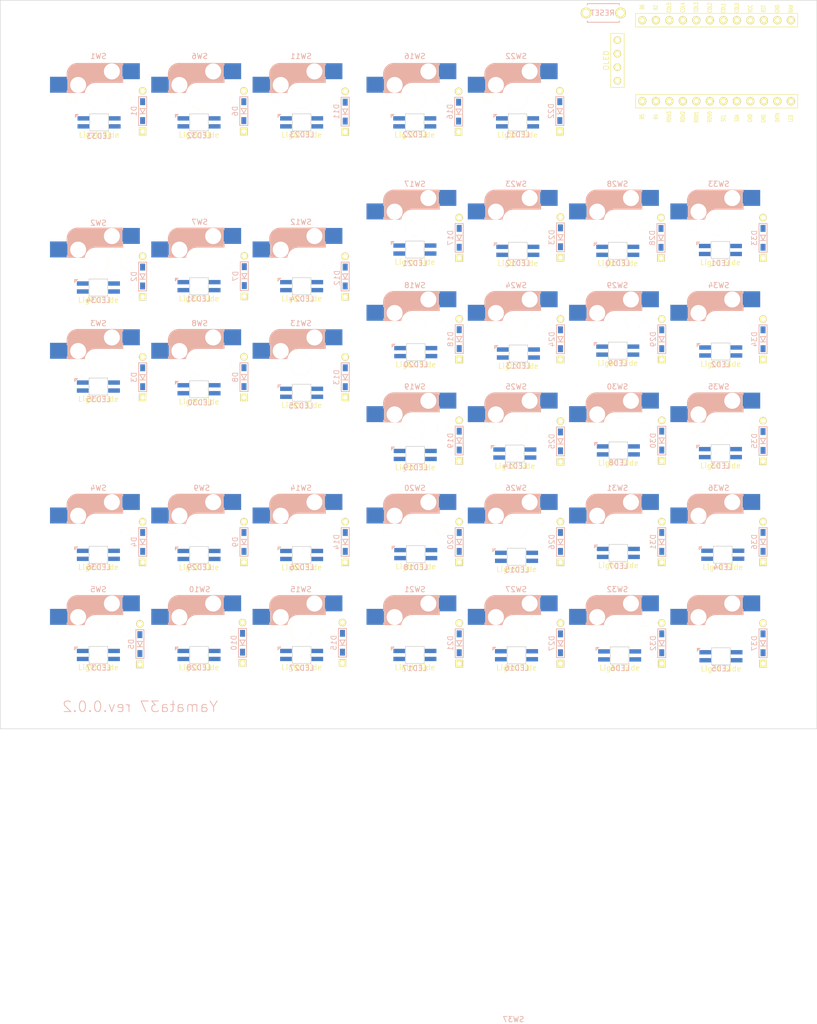
<source format=kicad_pcb>
(kicad_pcb (version 20221018) (generator pcbnew)
  (layers (0 "F.Cu" signal) (31 "B.Cu" signal) (34 "B.Paste" user) (35 "F.Paste" user) (36 "B.SilkS" user "B.Silkscreen") (37 "F.SilkS" user "F.Silkscreen") (38 "B.Mask" user) (39 "F.Mask" user) (44 "Edge.Cuts" user))
  (net 0 "")
  (net 1 "Net-(D1-A)")
  (net 2 "Row0")
  (net 3 "Net-(D2-A)")
  (net 4 "Row1")
  (net 5 "Net-(D3-A)")
  (net 6 "Row2")
  (net 7 "Net-(D4-A)")
  (net 8 "Row4")
  (net 9 "Net-(D5-A)")
  (net 10 "Row5")
  (net 11 "Net-(D6-A)")
  (net 12 "Net-(D7-A)")
  (net 13 "Net-(D8-A)")
  (net 14 "Net-(D9-A)")
  (net 15 "Net-(D10-A)")
  (net 16 "Net-(D11-A)")
  (net 17 "Net-(D12-A)")
  (net 18 "Net-(D13-A)")
  (net 19 "Net-(D14-A)")
  (net 20 "Net-(D15-A)")
  (net 21 "Net-(D16-A)")
  (net 22 "Net-(D17-A)")
  (net 23 "Net-(D18-A)")
  (net 24 "Net-(D19-A)")
  (net 25 "Row3")
  (net 26 "Net-(D20-A)")
  (net 27 "Net-(D21-A)")
  (net 28 "Net-(D22-A)")
  (net 29 "Net-(D23-A)")
  (net 30 "Net-(D24-A)")
  (net 31 "Net-(D25-A)")
  (net 32 "Net-(D26-A)")
  (net 33 "Net-(D27-A)")
  (net 34 "Net-(D28-A)")
  (net 35 "Net-(D29-A)")
  (net 36 "Net-(D30-A)")
  (net 37 "Net-(D31-A)")
  (net 38 "Net-(D32-A)")
  (net 39 "Net-(D33-A)")
  (net 40 "Net-(D34-A)")
  (net 41 "Net-(D35-A)")
  (net 42 "Net-(D36-A)")
  (net 43 "Net-(D37-A)")
  (net 44 "VCC")
  (net 45 "Net-(LED1-DOUT)")
  (net 46 "GND")
  (net 47 "LED")
  (net 48 "Net-(LED2-DOUT)")
  (net 49 "Net-(LED3-DOUT)")
  (net 50 "Net-(LED4-DOUT)")
  (net 51 "Net-(LED5-DOUT)")
  (net 52 "Net-(LED6-DOUT)")
  (net 53 "Net-(LED7-DOUT)")
  (net 54 "Net-(LED8-DOUT)")
  (net 55 "Net-(LED10-DIN)")
  (net 56 "Net-(LED10-DOUT)")
  (net 57 "Net-(LED11-DOUT)")
  (net 58 "Net-(LED12-DOUT)")
  (net 59 "Net-(LED13-DOUT)")
  (net 60 "Net-(LED14-DOUT)")
  (net 61 "Net-(LED15-DOUT)")
  (net 62 "Net-(LED16-DOUT)")
  (net 63 "Net-(LED17-DOUT)")
  (net 64 "Net-(LED18-DOUT)")
  (net 65 "Net-(LED19-DOUT)")
  (net 66 "Net-(LED20-DOUT)")
  (net 67 "Net-(LED21-DOUT)")
  (net 68 "Net-(LED22-DOUT)")
  (net 69 "Net-(LED23-DOUT)")
  (net 70 "Net-(LED24-DOUT)")
  (net 71 "Net-(LED25-DOUT)")
  (net 72 "Net-(LED26-DOUT)")
  (net 73 "Net-(LED27-DOUT)")
  (net 74 "Net-(LED28-DOUT)")
  (net 75 "Net-(LED29-DOUT)")
  (net 76 "Net-(LED30-DOUT)")
  (net 77 "Net-(LED31-DOUT)")
  (net 78 "Net-(LED32-DOUT)")
  (net 79 "Net-(LED33-DOUT)")
  (net 80 "Net-(LED34-DOUT)")
  (net 81 "Net-(LED35-DOUT)")
  (net 82 "Net-(LED36-DOUT)")
  (net 84 "SDA")
  (net 85 "SCL")
  (net 86 "Col0")
  (net 87 "Col1")
  (net 88 "Col2")
  (net 89 "Col3")
  (net 90 "Col4")
  (net 91 "Col5")
  (net 92 "Col6")
  (net 93 "Reset")
  (footprint "kbd_Parts:LED_SK6812MINI-E_BL_y" (layer "F.Cu") (at 111.66825 100.076)
    (fp_text reference "LED14")
    (fp_text value "LED_SK6812MINI-E" hide)
    (fp_line (start -1.75 -1.6) (end 1.75 -1.6) (stroke (width 0.12)) (layer "Edge.Cuts"))
    (fp_line (start -1.75 1.6) (end -1.75 -1.6) (stroke (width 0.12)) (layer "Edge.Cuts"))
    (fp_line (start 1.75 -1.6) (end 1.75 1.6) (stroke (width 0.12)) (layer "Edge.Cuts"))
    (fp_line (start 1.75 1.6) (end -1.75 1.6) (stroke (width 0.12)) (layer "Edge.Cuts"))
  )
  (footprint "kbd_Parts:LED_SK6812MINI-E_BL_y" (layer "F.Cu") (at 131.3815 138.017252)
    (fp_text reference "LED6")
    (fp_text value "LED_SK6812MINI-E" hide)
    (fp_line (start -1.75 -1.6) (end 1.75 -1.6) (stroke (width 0.12)) (layer "Edge.Cuts"))
    (fp_line (start -1.75 1.6) (end -1.75 -1.6) (stroke (width 0.12)) (layer "Edge.Cuts"))
    (fp_line (start 1.75 -1.6) (end 1.75 1.6) (stroke (width 0.12)) (layer "Edge.Cuts"))
    (fp_line (start 1.75 1.6) (end -1.75 1.6) (stroke (width 0.12)) (layer "Edge.Cuts"))
  )
  (footprint "kbd_Hole:m3_Spacer_Hole" (layer "F.Cu") (at 118.467287 19.050016)
    (fp_text reference "Ref**")
    (fp_text value "Val**")
  )
  (footprint "kbd_Parts:LED_SK6812MINI-E_BL_y" (layer "F.Cu") (at 33.468 37.834)
    (fp_text reference "LED33")
    (fp_text value "LED_SK6812MINI-E" hide)
    (fp_line (start -1.75 -1.6) (end 1.75 -1.6) (stroke (width 0.12)) (layer "Edge.Cuts"))
    (fp_line (start -1.75 1.6) (end -1.75 -1.6) (stroke (width 0.12)) (layer "Edge.Cuts"))
    (fp_line (start 1.75 -1.6) (end 1.75 1.6) (stroke (width 0.12)) (layer "Edge.Cuts"))
    (fp_line (start 1.75 1.6) (end -1.75 1.6) (stroke (width 0.12)) (layer "Edge.Cuts"))
  )
  (footprint "kbd_SW:CherryMX_Hotswap_1u" (layer "F.Cu") (at 92.86875 95.25)
    (fp_text reference "SW19")
    (fp_text value "SW_PUSH" hide)
  )
  (footprint "kbd_Parts:LED_SK6812MINI-E_BL_y" (layer "F.Cu") (at 33.337528 68.870369)
    (fp_text reference "LED34")
    (fp_text value "LED_SK6812MINI-E" hide)
    (fp_line (start -1.75 -1.6) (end 1.75 -1.6) (stroke (width 0.12)) (layer "Edge.Cuts"))
    (fp_line (start -1.75 1.6) (end -1.75 -1.6) (stroke (width 0.12)) (layer "Edge.Cuts"))
    (fp_line (start 1.75 -1.6) (end 1.75 1.6) (stroke (width 0.12)) (layer "Edge.Cuts"))
    (fp_line (start 1.75 1.6) (end -1.75 1.6) (stroke (width 0.12)) (layer "Edge.Cuts"))
  )
  (footprint "kbd_Parts:Diode_TH_SMD" (layer "F.Cu") (at 60.721926 116.692287 90)
    (fp_text reference "D9")
    (fp_text value "D" hide)
  )
  (footprint "kbd_SW:CherryMX_Hotswap_1u" (layer "F.Cu") (at 71.4375 64.29375)
    (fp_text reference locked "SW12")
    (fp_text value "SW_PUSH" hide)
  )
  (footprint "kbd_Parts:LED_SK6812MINI-E_BL_y" (layer "F.Cu") (at 52.264 137.934)
    (fp_text reference "LED28")
    (fp_text value "LED_SK6812MINI-E" hide)
    (fp_line (start -1.75 -1.6) (end 1.75 -1.6) (stroke (width 0.12)) (layer "Edge.Cuts"))
    (fp_line (start -1.75 1.6) (end -1.75 -1.6) (stroke (width 0.12)) (layer "Edge.Cuts"))
    (fp_line (start 1.75 -1.6) (end 1.75 1.6) (stroke (width 0.12)) (layer "Edge.Cuts"))
    (fp_line (start 1.75 1.6) (end -1.75 1.6) (stroke (width 0.12)) (layer "Edge.Cuts"))
  )
  (footprint "kbd_SW:CherryMX_Hotswap_1u" (layer "F.Cu") (at 33.3375 114.3)
    (fp_text reference "SW4")
    (fp_text value "SW_PUSH" hide)
  )
  (footprint "kbd_SW:CherryMX_Hotswap_1u" (layer "F.Cu") (at 130.96875 76.2)
    (fp_text reference "SW29")
    (fp_text value "SW_PUSH" hide)
  )
  (footprint "kbd_Parts:Diode_TH_SMD" (layer "F.Cu") (at 79.248 135.636 90)
    (fp_text reference "D15")
    (fp_text value "D" hide)
  )
  (footprint "kbd_SW:CherryMX_Hotswap_1u" (layer "F.Cu") (at 71.4375 83.34375)
    (fp_text reference "SW13")
    (fp_text value "SW_PUSH" hide)
  )
  (footprint "kbd_Hole:m3_Spacer_Hole" (layer "F.Cu") (at 77.39069 98.821958)
    (fp_text reference "Ref**")
    (fp_text value "Val**")
  )
  (footprint "kbd_Parts:Diode_TH_SMD" (layer "F.Cu") (at 120.13 35.72 90)
    (fp_text reference "D22")
    (fp_text value "D" hide)
  )
  (footprint "kbd_SW:CherryMX_Hotswap_1u" (layer "F.Cu") (at 111.91875 57.15)
    (fp_text reference "SW23")
    (fp_text value "SW_PUSH" hide)
  )
  (footprint "kbd_Parts:Diode_TH_SMD" (layer "F.Cu") (at 60.452 135.636 90)
    (fp_text reference "D10")
    (fp_text value "D" hide)
  )
  (footprint "kbd_Parts:LED_SK6812MINI-E_BL_y" (layer "F.Cu") (at 71.568 137.934)
    (fp_text reference "LED27")
    (fp_text value "LED_SK6812MINI-E" hide)
    (fp_line (start -1.75 -1.6) (end 1.75 -1.6) (stroke (width 0.12)) (layer "Edge.Cuts"))
    (fp_line (start -1.75 1.6) (end -1.75 -1.6) (stroke (width 0.12)) (layer "Edge.Cuts"))
    (fp_line (start 1.75 -1.6) (end 1.75 1.6) (stroke (width 0.12)) (layer "Edge.Cuts"))
    (fp_line (start 1.75 1.6) (end -1.75 1.6) (stroke (width 0.12)) (layer "Edge.Cuts"))
  )
  (footprint "kbd_SW:CherryMX_Hotswap_1u" (layer "F.Cu") (at 71.4375 133.35)
    (fp_text reference "SW15")
    (fp_text value "SW_PUSH" hide)
  )
  (footprint "kbd_Parts:Diode_TH_SMD" (layer "F.Cu") (at 41.67191 116.692287 90)
    (fp_text reference "D4")
    (fp_text value "D" hide)
  )
  (footprint "kbd_Parts:LED_SK6812MINI-E_BL_y" (layer "F.Cu") (at 111.982212 137.986499)
    (fp_text reference "LED16")
    (fp_text value "LED_SK6812MINI-E" hide)
    (fp_line (start -1.75 -1.6) (end 1.75 -1.6) (stroke (width 0.12)) (layer "Edge.Cuts"))
    (fp_line (start -1.75 1.6) (end -1.75 -1.6) (stroke (width 0.12)) (layer "Edge.Cuts"))
    (fp_line (start 1.75 -1.6) (end 1.75 1.6) (stroke (width 0.12)) (layer "Edge.Cuts"))
    (fp_line (start 1.75 1.6) (end -1.75 1.6) (stroke (width 0.12)) (layer "Edge.Cuts"))
  )
  (footprint "kbd_Parts:Diode_TH_SMD" (layer "F.Cu") (at 158.353258 97.713626 90)
    (fp_text reference "D35")
    (fp_text value "D" hide)
  )
  (footprint "kbd_Parts:Diode_TH_SMD" (layer "F.Cu") (at 79.771942 116.692287 90)
    (fp_text reference "D14")
    (fp_text value "D" hide)
  )
  (footprint "kbd_Parts:Diode_TH_SMD" (layer "F.Cu") (at 101.092 35.817 90)
    (fp_text reference "D16")
    (fp_text value "D" hide)
  )
  (footprint "kbd_Hole:m3_Spacer_Hole" (layer "F.Cu") (at 163.711075 147.042311)
    (fp_text reference "Ref**")
    (fp_text value "Val**")
  )
  (footprint "kbd_Parts:Diode_TH_SMD" (layer "F.Cu") (at 158.353258 78.592255 90)
    (fp_text reference "D34")
    (fp_text value "D" hide)
  )
  (footprint "kbd_Parts:LED_SK6812MINI-E_BL_y" (layer "F.Cu") (at 33.337528 119.114)
    (fp_text reference "LED36")
    (fp_text value "LED_SK6812MINI-E" hide)
    (fp_line (start -1.75 -1.6) (end 1.75 -1.6) (stroke (width 0.12)) (layer "Edge.Cuts"))
    (fp_line (start -1.75 1.6) (end -1.75 -1.6) (stroke (width 0.12)) (layer "Edge.Cuts"))
    (fp_line (start 1.75 -1.6) (end 1.75 1.6) (stroke (width 0.12)) (layer "Edge.Cuts"))
    (fp_line (start 1.75 1.6) (end -1.75 1.6) (stroke (width 0.12)) (layer "Edge.Cuts"))
  )
  (footprint "kbd_Parts:Diode_TH_SMD" (layer "F.Cu") (at 41.656 35.72 90)
    (fp_text reference "D1")
    (fp_text value "D" hide)
  )
  (footprint "kbd_Parts:Diode_TH_SMD" (layer "F.Cu") (at 60.721926 85.714133 90)
    (fp_text reference "D8")
    (fp_text value "D" hide)
  )
  (footprint "kbd_Parts:Diode_TH_SMD" (layer "F.Cu") (at 139.303242 97.642271 90)
    (fp_text reference "D30")
    (fp_text value "D" hide)
  )
  (footprint "kbd_Parts:Diode_TH_SMD" (layer "F.Cu") (at 60.786177 66.728904 90)
    (fp_text reference "D7")
    (fp_text value "D" hide)
  )
  (footprint "kbd_Parts:LED_SK6812MINI-E_BL_y" (layer "F.Cu") (at 131.03225 80.732313)
    (fp_text reference "LED9")
    (fp_text value "LED_SK6812MINI-E" hide)
    (fp_line (start -1.75 -1.6) (end 1.75 -1.6) (stroke (width 0.12)) (layer "Edge.Cuts"))
    (fp_line (start -1.75 1.6) (end -1.75 -1.6) (stroke (width 0.12)) (layer "Edge.Cuts"))
    (fp_line (start 1.75 -1.6) (end 1.75 1.6) (stroke (width 0.12)) (layer "Edge.Cuts"))
    (fp_line (start 1.75 1.6) (end -1.75 1.6) (stroke (width 0.12)) (layer "Edge.Cuts"))
  )
  (footprint "kbd_Parts:LED_SK6812MINI-E_BL_y" (layer "F.Cu") (at 52.264 119.138)
    (fp_text reference "LED29")
    (fp_text value "LED_SK6812MINI-E" hide)
    (fp_line (start -1.75 -1.6) (end 1.75 -1.6) (stroke (width 0.12)) (layer "Edge.Cuts"))
    (fp_line (start -1.75 1.6) (end -1.75 -1.6) (stroke (width 0.12)) (layer "Edge.Cuts"))
    (fp_line (start 1.75 -1.6) (end 1.75 1.6) (stroke (width 0.12)) (layer "Edge.Cuts"))
    (fp_line (start 1.75 1.6) (end -1.75 1.6) (stroke (width 0.12)) (layer "Edge.Cuts"))
  )
  (footprint "kbd_Parts:Diode_TH_SMD" (layer "F.Cu") (at 41.67191 85.736011 90)
    (fp_text reference "D3")
    (fp_text value "D" hide)
  )
  (footprint "kbd_SW:CherryMX_Hotswap_1u" (layer "F.Cu") (at 52.3875 83.34375)
    (fp_text reference "SW8")
    (fp_text value "SW_PUSH" hide)
  )
  (footprint "kbd_SW:CherryMX_Hotswap_1u" (layer "F.Cu") (at 92.86875 57.15)
    (fp_text reference "SW17")
    (fp_text value "SW_PUSH" hide)
  )
  (footprint "kbd_SW:CherryMX_Hotswap_1u" (layer "F.Cu") (at 150.01875 114.3)
    (fp_text reference "SW36")
    (fp_text value "SW_PUSH" hide)
  )
  (footprint "kbd_Parts:Diode_TH_SMD" (layer "F.Cu") (at 101.20321 78.570377 90)
    (fp_text reference "D18")
    (fp_text value "D" hide)
  )
  (footprint "kbd_Parts:Diode_TH_SMD" (layer "F.Cu") (at 120.253226 78.592255 90)
    (fp_text reference "D24")
    (fp_text value "D" hide)
  )
  (footprint "kbd_SW:CherryMX_Hotswap_1u" (layer "F.Cu") (at 130.96875 95.25)
    (fp_text reference "SW30")
    (fp_text value "SW_PUSH" hide)
  )
  (footprint "kbd:ProMicro_v2_1side" (layer "F.Cu") (at 149.114006 26.193772 -90)
    (fp_text reference "U1" hide)
    (fp_text value "ProMicro" hide)
  )
  (footprint "kbd_Parts:ResetSW" (layer "F.Cu") (at 128.314173 17.264077 180)
    (fp_text reference "SW38" hide)
    (fp_text value "SW_PUSH")
  )
  (footprint "kbd_SW:CherryMX_Hotswap_1u" (layer "F.Cu") (at 92.86875 133.35)
    (fp_text reference "SW21")
    (fp_text value "SW_PUSH" hide)
  )
  (footprint "kbd_Parts:Diode_TH_SMD" (layer "F.Cu") (at 101.20321 97.642271 90)
    (fp_text reference "D19")
    (fp_text value "D" hide)
  )
  (footprint "kbd_Parts:OLED" (layer "F.Cu") (at 130.96886 30.003772 90)
    (fp_text reference "OL1")
    (fp_text value "OLED" hide)
  )
  (footprint "kbd_Parts:Diode_TH_SMD" (layer "F.Cu") (at 79.756 66.805 90)
    (fp_text reference "D12")
    (fp_text value "D" hide)
  )
  (footprint "kbd_SW:CherryMX_Hotswap_1u" (layer "F.Cu") (at 71.4375 33.3375)
    (fp_text reference "SW11")
    (fp_text value "SW_PUSH" hide)
  )
  (footprint "kbd_Parts:LED_SK6812MINI-E_BL_y" (layer "F.Cu") (at 71.568 119.138)
    (fp_text reference "LED26")
    (fp_text value "LED_SK6812MINI-E" hide)
    (fp_line (start -1.75 -1.6) (end 1.75 -1.6) (stroke (width 0.12)) (layer "Edge.Cuts"))
    (fp_line (start -1.75 1.6) (end -1.75 -1.6) (stroke (width 0.12)) (layer "Edge.Cuts"))
    (fp_line (start 1.75 -1.6) (end 1.75 1.6) (stroke (width 0.12)) (layer "Edge.Cuts"))
    (fp_line (start 1.75 1.6) (end -1.75 1.6) (stroke (width 0.12)) (layer "Edge.Cuts"))
  )
  (footprint "kbd_Parts:LED_SK6812MINI-E_BL_y" (layer "F.Cu") (at 112.33725 81.28)
    (fp_text reference "LED13")
    (fp_text value "LED_SK6812MINI-E" hide)
    (fp_line (start -1.75 -1.6) (end 1.75 -1.6) (stroke (width 0.12)) (layer "Edge.Cuts"))
    (fp_line (start -1.75 1.6) (end -1.75 -1.6) (stroke (width 0.12)) (layer "Edge.Cuts"))
    (fp_line (start 1.75 -1.6) (end 1.75 1.6) (stroke (width 0.12)) (layer "Edge.Cuts"))
    (fp_line (start 1.75 1.6) (end -1.75 1.6) (stroke (width 0.12)) (layer "Edge.Cuts"))
  )
  (footprint "kbd_Parts:LED_SK6812MINI-E_BL_y" (layer "F.Cu") (at 111.988 119.48725)
    (fp_text reference "LED15")
    (fp_text value "LED_SK6812MINI-E" hide)
    (fp_line (start -1.75 -1.6) (end 1.75 -1.6) (stroke (width 0.12)) (layer "Edge.Cuts"))
    (fp_line (start -1.75 1.6) (end -1.75 -1.6) (stroke (width 0.12)) (layer "Edge.Cuts"))
    (fp_line (start 1.75 -1.6) (end 1.75 1.6) (stroke (width 0.12)) (layer "Edge.Cuts"))
    (fp_line (start 1.75 1.6) (end -1.75 1.6) (stroke (width 0.12)) (layer "Edge.Cuts"))
  )
  (footprint "kbd_Parts:LED_SK6812MINI-E_BL_y" (layer "F.Cu") (at 131.13325 99.488626)
    (fp_text reference "LED8")
    (fp_text value "LED_SK6812MINI-E" hide)
    (fp_line (start -1.75 -1.6) (end 1.75 -1.6) (stroke (width 0.12)) (layer "Edge.Cuts"))
    (fp_line (start -1.75 1.6) (end -1.75 -1.6) (stroke (width 0.12)) (layer "Edge.Cuts"))
    (fp_line (start 1.75 -1.6) (end 1.75 1.6) (stroke (width 0.12)) (layer "Edge.Cuts"))
    (fp_line (start 1.75 1.6) (end -1.75 1.6) (stroke (width 0.12)) (layer "Edge.Cuts"))
  )
  (footprint "kbd_SW:CherryMX_Hotswap_1u" (layer "F.Cu") (at 92.86875 114.3)
    (fp_text reference "SW20")
    (fp_text value "SW_PUSH" hide)
  )
  (footprint "kbd_Parts:Diode_TH_SMD" (layer "F.Cu") (at 158.353258 116.681348 90)
    (fp_text reference "D36")
    (fp_text value "D" hide)
  )
  (footprint "kbd_Parts:LED_SK6812MINI-E_BL_y" (layer "F.Cu") (at 33.337528 137.934)
    (fp_text reference "LED37")
    (fp_text value "LED_SK6812MINI-E" hide)
    (fp_line (start -1.75 -1.6) (end 1.75 -1.6) (stroke (width 0.12)) (layer "Edge.Cuts"))
    (fp_line (start -1.75 1.6) (end -1.75 -1.6) (stroke (width 0.12)) (layer "Edge.Cuts"))
    (fp_line (start 1.75 -1.6) (end 1.75 1.6) (stroke (width 0.12)) (layer "Edge.Cuts"))
    (fp_line (start 1.75 1.6) (end -1.75 1.6) (stroke (width 0.12)) (layer "Edge.Cuts"))
  )
  (footprint "kbd_SW:CherryMX_Hotswap_1u" (layer "F.Cu") (at 111.91875 95.25)
    (fp_text reference "SW25")
    (fp_text value "SW_PUSH" hide)
  )
  (footprint "kbd_Parts:Diode_TH_SMD" (layer "F.Cu") (at 139.303242 135.734252 90)
    (fp_text reference "D32")
    (fp_text value "D" hide)
  )
  (footprint "kbd_SW:CherryMX_Hotswap_1u" (layer "F.Cu") (at 130.96875 114.3)
    (fp_text reference "SW31")
    (fp_text value "SW_PUSH" hide)
  )
  (footprint "kbd_SW:CherryMX_Hotswap_1u" (layer "F.Cu") (at 130.96875 133.35)
    (fp_text reference "SW32")
    (fp_text value "SW_PUSH" hide)
  )
  (footprint "kbd_SW:CherryMX_Hotswap_1u" (layer "F.Cu") (at 150.01875 133.35)
    (fp_text reference "SW37")
    (fp_text value "SW_PUSH" hide)
  )
  (footprint "kbd_Hole:m3_Spacer_Hole" (layer "F.Cu") (at 163.711075 43.457849)
    (fp_text reference "Ref**")
    (fp_text value "Val**")
  )
  (footprint "kbd_Parts:Diode_TH_SMD" (layer "F.Cu") (at 41.656 66.805 90)
    (fp_text reference "D2")
    (fp_text value "D" hide)
  )
  (footprint "kbd_Hole:m3_Spacer_Hole" (layer "F.Cu") (at 19.645329 147.042311)
    (fp_text reference "Ref**")
    (fp_text value "Val**")
  )
  (footprint "kbd_Parts:Diode_TH_SMD" (layer "F.Cu") (at 120.253226 97.793 90)
    (fp_text reference "D25")
    (fp_text value "D" hide)
  )
  (footprint "kbd_Parts:Diode_TH_SMD" (layer "F.Cu") (at 120.253226 135.742303 90)
    (fp_text reference "D27")
    (fp_text value "D" hide)
  )
  (footprint "kbd_SW:CherryMX_Hotswap_1u" (layer "F.Cu") (at 92.86875 76.2)
    (fp_text reference "SW18")
    (fp_text value "SW_PUSH" hide)
  )
  (footprint "kbd_Parts:Diode_TH_SMD" (layer "F.Cu") (at 79.771942 85.736011 90)
    (fp_text reference "D13")
    (fp_text value "D" hide)
  )
  (footprint "kbd_Parts:Diode_TH_SMD" (layer "F.Cu") (at 60.694 35.72 90)
    (fp_text reference "D6")
    (fp_text value "D" hide)
  )
  (footprint "kbd_Parts:LED_SK6812MINI-E_BL_y" (layer "F.Cu") (at 92.87225 61.734)
    (fp_text reference "LED21")
    (fp_text value "LED_SK6812MINI-E" hide)
    (fp_line (start -1.75 -1.6) (end 1.75 -1.6) (stroke (width 0.12)) (layer "Edge.Cuts"))
    (fp_line (start -1.75 1.6) (end -1.75 -1.6) (stroke (width 0.12)) (layer "Edge.Cuts"))
    (fp_line (start 1.75 -1.6) (end 1.75 1.6) (stroke (width 0.12)) (layer "Edge.Cuts"))
    (fp_line (start 1.75 1.6) (end -1.75 1.6) (stroke (width 0.12)) (layer "Edge.Cuts"))
  )
  (footprint "kbd_Hole:m3_Spacer_Hole" (layer "F.Cu") (at 126.206356 42.862536)
    (fp_text reference "Ref**")
    (fp_text value "Val**")
  )
  (footprint "kbd_Parts:LED_SK6812MINI-E_BL_y" (layer "F.Cu") (at 150.39625 80.894938)
    (fp_text reference "LED2")
    (fp_text value "LED_SK6812MINI-E" hide)
    (fp_line (start -1.75 -1.6) (end 1.75 -1.6) (stroke (width 0.12)) (layer "Edge.Cuts"))
    (fp_line (start -1.75 1.6) (end -1.75 -1.6) (stroke (width 0.12)) (layer "Edge.Cuts"))
    (fp_line (start 1.75 -1.6) (end 1.75 1.6) (stroke (width 0.12)) (layer "Edge.Cuts"))
    (fp_line (start 1.75 1.6) (end -1.75 1.6) (stroke (width 0.12)) (layer "Edge.Cuts"))
  )
  (footprint "kbd_Parts:LED_SK6812MINI-E_BL_y" (layer "F.Cu") (at 71.568 68.615682)
    (fp_text reference "LED24")
    (fp_text value "LED_SK6812MINI-E" hide)
    (fp_line (start -1.75 -1.6) (end 1.75 -1.6) (stroke (width 0.12)) (layer "Edge.Cuts"))
    (fp_line (start -1.75 1.6) (end -1.75 -1.6) (stroke (width 0.12)) (layer "Edge.Cuts"))
    (fp_line (start 1.75 -1.6) (end 1.75 1.6) (stroke (width 0.12)) (layer "Edge.Cuts"))
    (fp_line (start 1.75 1.6) (end -1.75 1.6) (stroke (width 0.12)) (layer "Edge.Cuts"))
  )
  (footprint "kbd_Parts:Diode_TH_SMD" (layer "F.Cu") (at 79.756 35.814 90)
    (fp_text reference "D11")
    (fp_text value "D" hide)
  )
  (footprint "kbd_Parts:Diode_TH_SMD" (layer "F.Cu") (at 158.353258 59.53425 90)
    (fp_text reference "D33")
    (fp_text value "D" hide)
  )
  (footprint "kbd_SW:CherryMX_Hotswap_1u" (layer "F.Cu") (at 150.01875 76.2)
    (fp_text reference "SW34")
    (fp_text value "SW_PUSH" hide)
  )
  (footprint "kbd_Parts:LED_SK6812MINI-E_BL_y" (layer "F.Cu") (at 131.03225 61.976)
    (fp_text reference "LED10")
    (fp_text value "LED_SK6812MINI-E" hide)
    (fp_line (start -1.75 -1.6) (end 1.75 -1.6) (stroke (width 0.12)) (layer "Edge.Cuts"))
    (fp_line (start -1.75 1.6) (end -1.75 -1.6) (stroke (width 0.12)) (layer "Edge.Cuts"))
    (fp_line (start 1.75 -1.6) (end 1.75 1.6) (stroke (width 0.12)) (layer "Edge.Cuts"))
    (fp_line (start 1.75 1.6) (end -1.75 1.6) (stroke (width 0.12)) (layer "Edge.Cuts"))
  )
  (footprint "kbd_Parts:LED_SK6812MINI-E_BL_y" (layer "F.Cu") (at 93.03325 118.97925)
    (fp_text reference "LED18")
    (fp_text value "LED_SK6812MINI-E" hide)
    (fp_line (start -1.75 -1.6) (end 1.75 -1.6) (stroke (width 0.12)) (layer "Edge.Cuts"))
    (fp_line (start -1.75 1.6) (end -1.75 -1.6) (stroke (width 0.12)) (layer "Edge.Cuts"))
    (fp_line (start 1.75 -1.6) (end 1.75 1.6) (stroke (width 0.12)) (layer "Edge.Cuts"))
    (fp_line (start 1.75 1.6) (end -1.75 1.6) (stroke (width 0.12)) (layer "Edge.Cuts"))
  )
  (footprint "kbd_SW:CherryMX_Hotswap_1u" (layer "F.Cu") (at 111.91875 133.35)
    (fp_text reference "SW27")
    (fp_text value "SW_PUSH" hide)
  )
  (footprint "kbd_Parts:Diode_TH_SMD" (layer "F.Cu") (at 101.20321 135.742303 90)
    (fp_text reference "D21")
    (fp_text value "D" hide)
  )
  (footprint "kbd_Parts:LED_SK6812MINI-E_BL_y" (layer "F.Cu") (at 52.264 68.615682)
    (fp_text reference "LED31")
    (fp_text value "LED_SK6812MINI-E" hide)
    (fp_line (start -1.75 -1.6) (end 1.75 -1.6) (stroke (width 0.12)) (layer "Edge.Cuts"))
    (fp_line (start -1.75 1.6) (end -1.75 -1.6) (stroke (width 0.12)) (layer "Edge.Cuts"))
    (fp_line (start 1.75 -1.6) (end 1.75 1.6) (stroke (width 0.12)) (layer "Edge.Cuts"))
    (fp_line (start 1.75 1.6) (end -1.75 1.6) (stroke (width 0.12)) (layer "Edge.Cuts"))
  )
  (footprint "kbd_Parts:Diode_TH_SMD" (layer "F.Cu") (at 139.303242 116.692287 90)
    (fp_text reference "D31")
    (fp_text value "D" hide)
  )
  (footprint "kbd_Parts:LED_SK6812MINI-E_BL_y" (layer "F.Cu") (at 92.87225 137.934)
    (fp_text reference "LED17")
    (fp_text value "LED_SK6812MINI-E" hide)
    (fp_line (start -1.75 -1.6) (end 1.75 -1.6) (stroke (width 0.12)) (layer "Edge.Cuts"))
    (fp_line (start -1.75 1.6) (end -1.75 -1.6) (stroke (width 0.12)) (layer "Edge.Cuts"))
    (fp_line (start 1.75 -1.6) (end 1.75 1.6) (stroke (width 0.12)) (layer "Edge.Cuts"))
    (fp_line (start 1.75 1.6) (end -1.75 1.6) (stroke (width 0.12)) (layer "Edge.Cuts"))
  )
  (footprint "kbd_SW:CherryMX_Hotswap_1u" (layer "F.Cu") (at 33.3375 83.34375)
    (fp_text reference "SW3")
    (fp_text value "SW_PUSH" hide)
  )
  (footprint "kbd_SW:CherryMX_Hotswap_1u" (layer "F.Cu") (at 52.3875 64.29375)
    (fp_text reference locked "SW7")
    (fp_text value "SW_PUSH" hide)
  )
  (footprint "kbd_Hole:m3_Spacer_Hole" (layer "F.Cu") (at 19.645329 19.050016)
    (fp_text reference "Ref**")
    (fp_text value "Val**")
  )
  (footprint "kbd_Parts:Diode_TH_SMD" (layer "F.Cu") (at 120.253226 116.692287 90)
    (fp_text reference "D26")
    (fp_text value "D" hide)
  )
  (footprint "kbd_SW:CherryMX_Hotswap_1u" (layer "F.Cu") (at 52.3875 33.3375)
    (fp_text reference "SW6")
    (fp_text value "SW_PUSH" hide)
  )
  (footprint "kbd_Parts:Diode_TH_SMD" (layer "F.Cu") (at 139.16025 59.542239 90)
    (fp_text reference "D28")
    (fp_text value "D" hide)
  )
  (footprint "kbd_Parts:LED_SK6812MINI-E_BL_y" (layer "F.Cu") (at 150.33625 99.996626)
    (fp_text reference "LED3")
    (fp_text value "LED_SK6812MINI-E" hide)
    (fp_line (start -1.75 -1.6) (end 1.75 -1.6) (stroke (width 0.12)) (layer "Edge.Cuts"))
    (fp_line (start -1.75 1.6) (end -1.75 -1.6) (stroke (width 0.12)) (layer "Edge.Cuts"))
    (fp_line (start 1.75 -1.6) (end 1.75 1.6) (stroke (width 0.12)) (layer "Edge.Cuts"))
    (fp_line (start 1.75 1.6) (end -1.75 1.6) (stroke (width 0.12)) (layer "Edge.Cuts"))
  )
  (footprint "kbd_SW:CherryMX_Hotswap_1u" (layer "F.Cu") (at 71.4375 114.3)
    (fp_text reference "SW14")
    (fp_text value "SW_PUSH" hide)
  )
  (footprint "kbd_Hole:m3_Spacer_Hole" (layer "F.Cu") (at 77.39069 48.815666)
    (fp_text reference "Ref**")
    (fp_text value "Val**")
  )
  (footprint "kbd_Parts:Diode_TH_SMD" (layer "F.Cu") (at 101.20321 59.5313 90)
    (fp_text reference "D17")
    (fp_text value "D" hide)
  )
  (footprint "kbd_SW:CherryMX_Hotswap_1u" (layer "F.Cu") (at 52.3875 133.35)
    (fp_text reference "SW10")
    (fp_text value "SW_PUSH" hide)
  )
  (footprint "kbd_Parts:LED_SK6812MINI-E_BL_y" (layer "F.Cu") (at 112.23625 61.976)
    (fp_text reference "LED12")
    (fp_text value "LED_SK6812MINI-E" hide)
    (fp_line (start -1.75 -1.6) (end 1.75 -1.6) (stroke (width 0.12)) (layer "Edge.Cuts"))
    (fp_line (start -1.75 1.6) (end -1.75 -1.6) (stroke (width 0.12)) (layer "Edge.Cuts"))
    (fp_line (start 1.75 -1.6) (end 1.75 1.6) (stroke (width 0.12)) (layer "Edge.Cuts"))
    (fp_line (start 1.75 1.6) (end -1.75 1.6) (stroke (width 0.12)) (layer "Edge.Cuts"))
  )
  (footprint "kbd_Parts:LED_SK6812MINI-E_BL_y" (layer "F.Cu") (at 71.568 88.658)
    (fp_text reference "LED25")
    (fp_text value "LED_SK6812MINI-E" hide)
    (fp_line (start -1.75 -1.6) (end 1.75 -1.6) (stroke (width 0.12)) (layer "Edge.Cuts"))
    (fp_line (start -1.75 1.6) (end -1.75 -1.6) (stroke (width 0.12)) (layer "Edge.Cuts"))
    (fp_line (start 1.75 -1.6) (end 1.75 1.6) (stroke (width 0.12)) (layer "Edge.Cuts"))
    (fp_line (start 1.75 1.6) (end -1.75 1.6) (stroke (width 0.12)) (layer "Edge.Cuts"))
  )
  (footprint "kbd_Parts:LED_SK6812MINI-E_BL_y" (layer "F.Cu") (at 93.03325 81.014)
    (fp_text reference "LED20")
    (fp_text value "LED_SK6812MINI-E" hide)
    (fp_line (start -1.75 -1.6) (end 1.75 -1.6) (stroke (width 0.12)) (layer "Edge.Cuts"))
    (fp_line (start -1.75 1.6) (end -1.75 -1.6) (stroke (width 0.12)) (layer "Edge.Cuts"))
    (fp_line (start 1.75 -1.6) (end 1.75 1.6) (stroke (width 0.12)) (layer "Edge.Cuts"))
    (fp_line (start 1.75 1.6) (end -1.75 1.6) (stroke (width 0.12)) (layer "Edge.Cuts"))
  )
  (footprint "kbd_Parts:Diode_TH_SMD" (layer "F.Cu") (at 41.148 135.893 90)
    (fp_text reference "D5")
    (fp_text value "D" hide)
  )
  (footprint "kbd_Parts:LED_SK6812MINI-E_BL_y" (layer "F.Cu") (at 92.844 37.834)
    (fp_text reference "LED22")
    (fp_text value "LED_SK6812MINI-E" hide)
    (fp_line (start -1.75 -1.6) (end 1.75 -1.6) (stroke (width 0.12)) (layer "Edge.Cuts"))
    (fp_line (start -1.75 1.6) (end -1.75 -1.6) (stroke (width 0.12)) (layer "Edge.Cuts"))
    (fp_line (start 1.75 -1.6) (end 1.75 1.6) (stroke (width 0.12)) (layer "Edge.Cuts"))
    (fp_line (start 1.75 1.6) (end -1.75 1.6) (stroke (width 0.12)) (layer "Edge.Cuts"))
  )
  (footprint "kbd_SW:CherryMX_Hotswap_1u" (layer "F.Cu") (at 130.96875 57.15)
    (fp_text reference "SW28")
    (fp_text value "SW_PUSH" hide)
  )
  (footprint "kbd_SW:CherryMX_Hotswap_1u" (layer "F.Cu") (at 92.86875 33.3375)
    (fp_text reference "SW16")
    (fp_text value "SW_PUSH" hide)
  )
  (footprint "kbd_Parts:LED_SK6812MINI-E_BL_y" (layer "F.Cu") (at 112.17625 37.834)
    (fp_text reference "LED11")
    (fp_text value "LED_SK6812MINI-E" hide)
    (fp_line (start -1.75 -1.6) (end 1.75 -1.6) (stroke (width 0.12)) (layer "Edge.Cuts"))
    (fp_line (start -1.75 1.6) (end -1.75 -1.6) (stroke (width 0.12)) (layer "Edge.Cuts"))
    (fp_line (start 1.75 -1.6) (end 1.75 1.6) (stroke (width 0.12)) (layer "Edge.Cuts"))
    (fp_line (start 1.75 1.6) (end -1.75 1.6) (stroke (width 0.12)) (layer "Edge.Cuts"))
  )
  (footprint "kbd_Parts:LED_SK6812MINI-E_BL_y" (layer "F.Cu") (at 150.78425 119.098314)
    (fp_text reference "LED4")
    (fp_text value "LED_SK6812MINI-E" hide)
    (fp_line (start -1.75 -1.6) (end 1.75 -1.6) (stroke (width 0.12)) (layer "Edge.Cuts"))
    (fp_line (start -1.75 1.6) (end -1.75 -1.6) (stroke (width 0.12)) (layer "Edge.Cuts"))
    (fp_line (start 1.75 -1.6) (end 1.75 1.6) (stroke (width 0.12)) (layer "Edge.Cuts"))
    (fp_line (start 1.75 1.6) (end -1.75 1.6) (stroke (width 0.12)) (layer "Edge.Cuts"))
  )
  (footprint "kbd_SW:CherryMX_Hotswap_1u" (layer "F.Cu") (at 33.3375 64.29375)
    (fp_text reference locked "SW2")
    (fp_text value "SW_PUSH" hide)
  )
  (footprint "kbd_Parts:LED_SK6812MINI-E_BL_y" (layer "F.Cu") (at 52.264 87.99125)
    (fp_text reference "LED30")
    (fp_text value "LED_SK6812MINI-E" hide)
    (fp_line (start -1.75 -1.6) (end 1.75 -1.6) (stroke (width 0.12)) (layer "Edge.Cuts"))
    (fp_line (start -1.75 1.6) (end -1.75 -1.6) (stroke (width 0.12)) (layer "Edge.Cuts"))
    (fp_line (start 1.75 -1.6) (end 1.75 1.6) (stroke (width 0.12)) (layer "Edge.Cuts"))
    (fp_line (start 1.75 1.6) (end -1.75 1.6) (stroke (width 0.12)) (layer "Edge.Cuts"))
  )
  (footprint "kbd_SW:CherryMX_Hotswap_1u" (layer "F.Cu") (at 52.3875 114.3)
    (fp_text reference "SW9")
    (fp_text value "SW_PUSH" hide)
  )
  (footprint "kbd_Parts:Diode_TH_SMD" (layer "F.Cu") (at 101.20321 116.692287 90)
    (fp_text reference "D20")
    (fp_text value "D" hide)
  )
  (footprint "kbd_SW:CherryMX_Hotswap_1u" (layer "F.Cu") (at 111.91875 114.3)
    (fp_text reference "SW26")
    (fp_text value "SW_PUSH" hide)
  )
  (footprint "kbd_SW:CherryMX_Hotswap_1u" (layer "F.Cu") (at 150.01875 57.15)
    (fp_text reference "SW33")
    (fp_text value "SW_PUSH" hide)
  )
  (footprint "kbd_Parts:LED_SK6812MINI-E_BL_y" (layer "F.Cu") (at 33.337528 87.48325)
    (fp_text reference "LED35")
    (fp_text value "LED_SK6812MINI-E" hide)
    (fp_line (start -1.75 -1.6) (end 1.75 -1.6) (stroke (width 0.12)) (layer "Edge.Cuts"))
    (fp_line (start -1.75 1.6) (end -1.75 -1.6) (stroke (width 0.12)) (layer "Edge.Cuts"))
    (fp_line (start 1.75 -1.6) (end 1.75 1.6) (stroke (width 0.12)) (layer "Edge.Cuts"))
    (fp_line (start 1.75 1.6) (end -1.75 1.6) (stroke (width 0.12)) (layer "Edge.Cuts"))
  )
  (footprint "kbd_Parts:LED_SK6812MINI-E_BL_y" (layer "F.Cu") (at 150.43725 138.176002)
    (fp_text reference "LED5")
    (fp_text value "LED_SK6812MINI-E" hide)
    (fp_line (start -1.75 -1.6) (end 1.75 -1.6) (stroke (width 0.12)) (layer "Edge.Cuts"))
    (fp_line (start -1.75 1.6) (end -1.75 -1.6) (stroke (width 0.12)) (layer "Edge.Cuts"))
    (fp_line (start 1.75 -1.6) (end 1.75 1.6) (stroke (width 0.12)) (layer "Edge.Cuts"))
    (fp_line (start 1.75 1.6) (end -1.75 1.6) (stroke (width 0.12)) (layer "Edge.Cuts"))
  )
  (footprint "kbd_Parts:Diode_TH_SMD" (layer "F.Cu") (at 139.303242 78.592255 90)
    (fp_text reference "D29")
    (fp_text value "D" hide)
  )
  (footprint "kbd_SW:CherryMX_Hotswap_1u" (layer "F.Cu") (at 150.01875 95.25)
    (fp_text reference "SW35")
    (fp_text value "SW_PUSH" hide)
  )
  (footprint "kbd_Parts:LED_SK6812MINI-E_BL_y" (layer "F.Cu") (at 131.13325 118.752939)
    (fp_text reference "LED7")
    (fp_text value "LED_SK6812MINI-E" hide)
    (fp_line (start -1.75 -1.6) (end 1.75 -1.6) (stroke (width 0.12)) (layer "Edge.Cuts"))
    (fp_line (start -1.75 1.6) (end -1.75 -1.6) (stroke (width 0.12)) (layer "Edge.Cuts"))
    (fp_line (start 1.75 -1.6) (end 1.75 1.6) (stroke (width 0.12)) (layer "Edge.Cuts"))
    (fp_line (start 1.75 1.6) (end -1.75 1.6) (stroke (width 0.12)) (layer "Edge.Cuts"))
  )
  (footprint "kbd_Parts:Diode_TH_SMD" (layer "F.Cu") (at 158.353258 135.742303 90)
    (fp_text reference "D37")
    (fp_text value "D" hide)
  )
  (footprint "kbd_Parts:LED_SK6812MINI-E_BL_y" (layer "F.Cu") (at 92.93225 100.342)
    (fp_text reference "LED19")
    (fp_text value "LED_SK6812MINI-E" hide)
    (fp_line (start -1.75 -1.6) (end 1.75 -1.6) (stroke (width 0.12)) (layer "Edge.Cuts"))
    (fp_line (start -1.75 1.6) (end -1.75 -1.6) (stroke (width 0.12)) (layer "Edge.Cuts"))
    (fp_line (start 1.75 -1.6) (end 1.75 1.6) (stroke (width 0.12)) (layer "Edge.Cuts"))
    (fp_line (start 1.75 1.6) (end -1.75 1.6) (stroke (width 0.12)) (layer "Edge.Cuts"))
  )
  (footprint "kbd_Parts:LED_SK6812MINI-E_BL_y" (layer "F.Cu") (at 150.33625 61.81725)
    (fp_text reference "LED1")
    (fp_text value "LED_SK6812MINI-E" hide)
    (fp_line (start -1.75 -1.6) (end 1.75 -1.6) (stroke (width 0.12)) (layer "Edge.Cuts"))
    (fp_line (start -1.75 1.6) (end -1.75 -1.6) (stroke (width 0.12)) (layer "Edge.Cuts"))
    (fp_line (start 1.75 -1.6) (end 1.75 1.6) (stroke (width 0.12)) (layer "Edge.Cuts"))
    (fp_line (start 1.75 1.6) (end -1.75 1.6) (stroke (width 0.12)) (layer "Edge.Cuts"))
  )
  (footprint "kbd_SW:CherryMX_Hotswap_1u" (layer "F.Cu") (at 33.3375 33.3375)
    (fp_text reference "SW1")
    (fp_text value "SW_PUSH" hide)
  )
  (footprint "kbd_SW:CherryMX_Hotswap_1u" (layer "F.Cu") (at 111.91875 33.3375)
    (fp_text reference "SW22")
    (fp_text value "SW_PUSH" hide)
  )
  (footprint "kbd_Parts:LED_SK6812MINI-E_BL_y" (layer "F.Cu") (at 71.568 37.834)
    (fp_text reference "LED23")
    (fp_text value "LED_SK6812MINI-E" hide)
    (fp_line (start -1.75 -1.6) (end 1.75 -1.6) (stroke (width 0.12)) (layer "Edge.Cuts"))
    (fp_line (start -1.75 1.6) (end -1.75 -1.6) (stroke (width 0.12)) (layer "Edge.Cuts"))
    (fp_line (start 1.75 -1.6) (end 1.75 1.6) (stroke (width 0.12)) (layer "Edge.Cuts"))
    (fp_line (start 1.75 1.6) (end -1.75 1.6) (stroke (width 0.12)) (layer "Edge.Cuts"))
  )
  (footprint "kbd_SW:CherryMX_Hotswap_1u" (layer "F.Cu") (at 33.3375 133.35)
    (fp_text reference "SW5")
    (fp_text value "SW_PUSH" hide)
  )
  (footprint "kbd_Parts:LED_SK6812MINI-E_BL_y" (layer "F.Cu") (at 52.264 37.834)
    (fp_text reference "LED32")
    (fp_text value "LED_SK6812MINI-E" hide)
    (fp_line (start -1.75 -1.6) (end 1.75 -1.6) (stroke (width 0.12)) (layer "Edge.Cuts"))
    (fp_line (start -1.75 1.6) (end -1.75 -1.6) (stroke (width 0.12)) (layer "Edge.Cuts"))
    (fp_line (start 1.75 -1.6) (end 1.75 1.6) (stroke (width 0.12)) (layer "Edge.Cuts"))
    (fp_line (start 1.75 1.6) (end -1.75 1.6) (stroke (width 0.12)) (layer "Edge.Cuts"))
  )
  (footprint "kbd_SW:CherryMX_Hotswap_1u" (layer "F.Cu") (at 111.91875 76.2)
    (fp_text reference "SW24")
    (fp_text value "SW_PUSH" hide)
  )
  (footprint "kbd_Parts:Diode_TH_SMD" (layer "F.Cu") (at 120.253226 59.436 90)
    (fp_text reference "D23")
    (fp_text value "D" hide)
  )
  (gr_line (start 14.882825 14.882825) (end 14.882825 151.804815) (stroke (width 0.1)) (layer "Edge.Cuts"))
  (gr_line (start 168.473579 151.804815) (end 168.473579 38.695345) (stroke (width 0.1)) (layer "Edge.Cuts"))
  (gr_line (start 168.473579 14.882825) (end 14.882825 14.882825) (stroke (width 0.1)) (layer "Edge.Cuts"))
  (gr_line (start 168.473579 38.695345) (end 168.473579 14.882825) (stroke (width 0.1)) (layer "Edge.Cuts"))
  (gr_line (start 14.882825 151.804815) (end 168.473579 151.804815) (stroke (width 0.1)) (layer "Edge.Cuts"))
  (gr_text "Yamata37 rev.0.0.2" (at 55.959422 148.82825) (layer "B.SilkS") (effects (font (size 2 2)) (justify left bottom mirror)))
)
</source>
